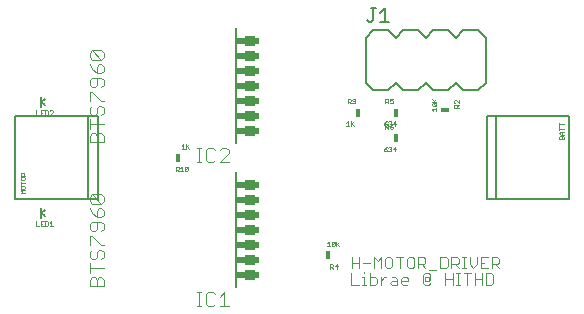
<source format=gto>
G75*
G70*
%OFA0B0*%
%FSLAX24Y24*%
%IPPOS*%
%LPD*%
%AMOC8*
5,1,8,0,0,1.08239X$1,22.5*
%
%ADD10C,0.0030*%
%ADD11C,0.0080*%
%ADD12C,0.0040*%
%ADD13R,0.0375X0.0354*%
%ADD14R,0.0375X0.0354*%
%ADD15R,0.0768X0.0236*%
%ADD16C,0.0010*%
%ADD17R,0.0300X0.0180*%
%ADD18R,0.0180X0.0300*%
%ADD19C,0.0060*%
%ADD20C,0.0050*%
D10*
X011367Y001021D02*
X011614Y001021D01*
X011735Y001021D02*
X011858Y001021D01*
X011797Y001021D02*
X011797Y001268D01*
X011735Y001268D01*
X011797Y001391D02*
X011797Y001453D01*
X011981Y001391D02*
X011981Y001021D01*
X012166Y001021D01*
X012227Y001083D01*
X012227Y001206D01*
X012166Y001268D01*
X011981Y001268D01*
X012119Y001571D02*
X012119Y001941D01*
X012243Y001818D01*
X012366Y001941D01*
X012366Y001571D01*
X012487Y001633D02*
X012549Y001571D01*
X012673Y001571D01*
X012734Y001633D01*
X012734Y001879D01*
X012673Y001941D01*
X012549Y001941D01*
X012487Y001879D01*
X012487Y001633D01*
X012472Y001268D02*
X012534Y001268D01*
X012472Y001268D02*
X012349Y001144D01*
X012349Y001021D02*
X012349Y001268D01*
X012656Y001083D02*
X012717Y001144D01*
X012903Y001144D01*
X012903Y001206D02*
X012903Y001021D01*
X012717Y001021D01*
X012656Y001083D01*
X012841Y001268D02*
X012903Y001206D01*
X012841Y001268D02*
X012717Y001268D01*
X013024Y001206D02*
X013024Y001083D01*
X013086Y001021D01*
X013209Y001021D01*
X013271Y001144D02*
X013024Y001144D01*
X013024Y001206D02*
X013086Y001268D01*
X013209Y001268D01*
X013271Y001206D01*
X013271Y001144D01*
X013761Y001083D02*
X013822Y001021D01*
X013946Y001021D01*
X014008Y001083D01*
X013946Y001144D02*
X013946Y001268D01*
X013822Y001268D01*
X013822Y001144D01*
X013946Y001144D01*
X014008Y001206D01*
X014008Y001329D01*
X013946Y001391D01*
X013822Y001391D01*
X013761Y001329D01*
X013761Y001083D01*
X013961Y001509D02*
X014208Y001509D01*
X014329Y001571D02*
X014514Y001571D01*
X014576Y001633D01*
X014576Y001879D01*
X014514Y001941D01*
X014329Y001941D01*
X014329Y001571D01*
X014497Y001391D02*
X014497Y001021D01*
X014744Y001021D02*
X014744Y001391D01*
X014866Y001391D02*
X014989Y001391D01*
X014927Y001391D02*
X014927Y001021D01*
X014866Y001021D02*
X014989Y001021D01*
X015235Y001021D02*
X015235Y001391D01*
X015358Y001391D02*
X015111Y001391D01*
X015127Y001571D02*
X015127Y001941D01*
X015066Y001941D02*
X015189Y001941D01*
X015311Y001941D02*
X015311Y001694D01*
X015435Y001571D01*
X015558Y001694D01*
X015558Y001941D01*
X015679Y001941D02*
X015679Y001571D01*
X015926Y001571D01*
X016048Y001571D02*
X016048Y001941D01*
X016233Y001941D01*
X016295Y001879D01*
X016295Y001756D01*
X016233Y001694D01*
X016048Y001694D01*
X016171Y001694D02*
X016295Y001571D01*
X016095Y001329D02*
X016033Y001391D01*
X015848Y001391D01*
X015848Y001021D01*
X016033Y001021D01*
X016095Y001083D01*
X016095Y001329D01*
X015726Y001391D02*
X015726Y001021D01*
X015479Y001021D02*
X015479Y001391D01*
X015479Y001206D02*
X015726Y001206D01*
X015189Y001571D02*
X015066Y001571D01*
X014944Y001571D02*
X014821Y001694D01*
X014882Y001694D02*
X014697Y001694D01*
X014882Y001694D02*
X014944Y001756D01*
X014944Y001879D01*
X014882Y001941D01*
X014697Y001941D01*
X014697Y001571D01*
X014744Y001206D02*
X014497Y001206D01*
X013839Y001571D02*
X013716Y001694D01*
X013778Y001694D02*
X013592Y001694D01*
X013471Y001633D02*
X013471Y001879D01*
X013409Y001941D01*
X013286Y001941D01*
X013224Y001879D01*
X013224Y001633D01*
X013286Y001571D01*
X013409Y001571D01*
X013471Y001633D01*
X013592Y001571D02*
X013592Y001941D01*
X013778Y001941D01*
X013839Y001879D01*
X013839Y001756D01*
X013778Y001694D01*
X013103Y001941D02*
X012856Y001941D01*
X012979Y001941D02*
X012979Y001571D01*
X011998Y001756D02*
X011751Y001756D01*
X011629Y001756D02*
X011383Y001756D01*
X011383Y001571D02*
X011383Y001941D01*
X011629Y001941D02*
X011629Y001571D01*
X011367Y001391D02*
X011367Y001021D01*
X015679Y001756D02*
X015803Y001756D01*
X015926Y001941D02*
X015679Y001941D01*
D11*
X015884Y003889D02*
X015884Y006645D01*
X016199Y006645D01*
X016199Y003889D01*
X015884Y003889D01*
X016199Y003889D02*
X018640Y003889D01*
X018640Y006645D01*
X016199Y006645D01*
X007517Y005727D02*
X007517Y009585D01*
X002919Y006623D02*
X002604Y006623D01*
X002604Y003867D01*
X000163Y003867D01*
X000163Y006623D01*
X002604Y006623D01*
X002919Y006623D02*
X002919Y003867D01*
X002604Y003867D01*
X001156Y003498D02*
X001034Y003406D01*
X001034Y003225D01*
X001156Y003320D02*
X001040Y003396D01*
X001034Y003406D02*
X001034Y003587D01*
X001034Y006925D02*
X001034Y007106D01*
X001156Y007198D01*
X001034Y007287D02*
X001034Y007106D01*
X001040Y007096D02*
X001156Y007020D01*
X007517Y004785D02*
X007517Y000927D01*
D12*
X002656Y000957D02*
X002656Y001187D01*
X002733Y001264D01*
X002810Y001264D01*
X002886Y001187D01*
X002886Y000957D01*
X002656Y000957D02*
X003117Y000957D01*
X003117Y001187D01*
X003040Y001264D01*
X002963Y001264D01*
X002886Y001187D01*
X002656Y001417D02*
X002656Y001724D01*
X002733Y001877D02*
X002810Y001877D01*
X002886Y001954D01*
X002886Y002107D01*
X002963Y002184D01*
X003040Y002184D01*
X003117Y002107D01*
X003117Y001954D01*
X003040Y001877D01*
X002733Y001877D02*
X002656Y001954D01*
X002656Y002107D01*
X002733Y002184D01*
X002656Y002338D02*
X002656Y002645D01*
X002733Y002645D01*
X003040Y002338D01*
X003117Y002338D01*
X003040Y002798D02*
X003117Y002875D01*
X003117Y003028D01*
X003040Y003105D01*
X002733Y003105D01*
X002656Y003028D01*
X002656Y002875D01*
X002733Y002798D01*
X002810Y002798D01*
X002886Y002875D01*
X002886Y003105D01*
X002886Y003258D02*
X002886Y003489D01*
X002963Y003565D01*
X003040Y003565D01*
X003117Y003489D01*
X003117Y003335D01*
X003040Y003258D01*
X002886Y003258D01*
X002733Y003412D01*
X002656Y003565D01*
X002733Y003719D02*
X002656Y003795D01*
X002656Y003949D01*
X002733Y004026D01*
X003040Y003719D01*
X003117Y003795D01*
X003117Y003949D01*
X003040Y004026D01*
X002733Y004026D01*
X002733Y003719D02*
X003040Y003719D01*
X006210Y005109D02*
X006364Y005109D01*
X006287Y005109D02*
X006287Y005569D01*
X006210Y005569D02*
X006364Y005569D01*
X006517Y005493D02*
X006517Y005186D01*
X006594Y005109D01*
X006747Y005109D01*
X006824Y005186D01*
X006978Y005109D02*
X007285Y005416D01*
X007285Y005493D01*
X007208Y005569D01*
X007054Y005569D01*
X006978Y005493D01*
X006824Y005493D02*
X006747Y005569D01*
X006594Y005569D01*
X006517Y005493D01*
X006978Y005109D02*
X007285Y005109D01*
X003117Y005757D02*
X003117Y005987D01*
X003040Y006064D01*
X002963Y006064D01*
X002886Y005987D01*
X002886Y005757D01*
X002656Y005757D02*
X002656Y005987D01*
X002733Y006064D01*
X002810Y006064D01*
X002886Y005987D01*
X003117Y005757D02*
X002656Y005757D01*
X002656Y006217D02*
X002656Y006524D01*
X002656Y006370D02*
X003117Y006370D01*
X003040Y006677D02*
X003117Y006754D01*
X003117Y006907D01*
X003040Y006984D01*
X002963Y006984D01*
X002886Y006907D01*
X002886Y006754D01*
X002810Y006677D01*
X002733Y006677D01*
X002656Y006754D01*
X002656Y006907D01*
X002733Y006984D01*
X002656Y007138D02*
X002656Y007445D01*
X002733Y007445D01*
X003040Y007138D01*
X003117Y007138D01*
X003040Y007598D02*
X003117Y007675D01*
X003117Y007828D01*
X003040Y007905D01*
X002733Y007905D01*
X002656Y007828D01*
X002656Y007675D01*
X002733Y007598D01*
X002810Y007598D01*
X002886Y007675D01*
X002886Y007905D01*
X002886Y008058D02*
X002886Y008289D01*
X002963Y008365D01*
X003040Y008365D01*
X003117Y008289D01*
X003117Y008135D01*
X003040Y008058D01*
X002886Y008058D01*
X002733Y008212D01*
X002656Y008365D01*
X002733Y008519D02*
X002656Y008595D01*
X002656Y008749D01*
X002733Y008826D01*
X003040Y008519D01*
X003117Y008595D01*
X003117Y008749D01*
X003040Y008826D01*
X002733Y008826D01*
X002733Y008519D02*
X003040Y008519D01*
X003117Y001570D02*
X002656Y001570D01*
X006210Y000769D02*
X006364Y000769D01*
X006287Y000769D02*
X006287Y000309D01*
X006210Y000309D02*
X006364Y000309D01*
X006517Y000386D02*
X006594Y000309D01*
X006747Y000309D01*
X006824Y000386D01*
X006978Y000309D02*
X007285Y000309D01*
X007131Y000309D02*
X007131Y000769D01*
X006978Y000616D01*
X006824Y000693D02*
X006747Y000769D01*
X006594Y000769D01*
X006517Y000693D01*
X006517Y000386D01*
D13*
X007979Y002856D03*
X007979Y007656D03*
D14*
X007979Y008156D03*
X007979Y008656D03*
X007979Y009156D03*
X007979Y007156D03*
X007979Y006656D03*
X007979Y006156D03*
X007979Y004356D03*
X007979Y003856D03*
X007979Y003356D03*
X007979Y002356D03*
X007979Y001856D03*
X007979Y001356D03*
D15*
X007920Y001356D03*
X007920Y001856D03*
X007920Y002356D03*
X007920Y002856D03*
X007920Y003356D03*
X007920Y003856D03*
X007920Y004356D03*
X007920Y006156D03*
X007920Y006656D03*
X007920Y007156D03*
X007920Y007656D03*
X007920Y008156D03*
X007920Y008656D03*
X007920Y009156D03*
D16*
X011256Y007211D02*
X011331Y007211D01*
X011356Y007186D01*
X011356Y007136D01*
X011331Y007111D01*
X011256Y007111D01*
X011256Y007061D02*
X011256Y007211D01*
X011306Y007111D02*
X011356Y007061D01*
X011404Y007086D02*
X011429Y007061D01*
X011479Y007061D01*
X011504Y007086D01*
X011504Y007186D01*
X011479Y007211D01*
X011429Y007211D01*
X011404Y007186D01*
X011404Y007161D01*
X011429Y007136D01*
X011504Y007136D01*
X012506Y007111D02*
X012581Y007111D01*
X012606Y007136D01*
X012606Y007186D01*
X012581Y007211D01*
X012506Y007211D01*
X012506Y007061D01*
X012556Y007111D02*
X012606Y007061D01*
X012654Y007086D02*
X012679Y007061D01*
X012729Y007061D01*
X012754Y007086D01*
X012754Y007136D01*
X012729Y007161D01*
X012704Y007161D01*
X012654Y007136D01*
X012654Y007211D01*
X012754Y007211D01*
X012826Y006461D02*
X012751Y006386D01*
X012851Y006386D01*
X012826Y006311D02*
X012826Y006461D01*
X012754Y006361D02*
X012704Y006336D01*
X012679Y006311D01*
X012629Y006311D01*
X012604Y006336D01*
X012606Y006336D02*
X012606Y006286D01*
X012581Y006261D01*
X012506Y006261D01*
X012506Y006211D02*
X012506Y006361D01*
X012581Y006361D01*
X012606Y006336D01*
X012556Y006336D02*
X012531Y006311D01*
X012481Y006311D01*
X012456Y006336D01*
X012456Y006386D01*
X012531Y006386D01*
X012556Y006361D01*
X012556Y006336D01*
X012556Y006261D02*
X012606Y006211D01*
X012654Y006236D02*
X012679Y006211D01*
X012729Y006211D01*
X012754Y006236D01*
X012754Y006261D01*
X012729Y006286D01*
X012654Y006286D01*
X012654Y006236D01*
X012654Y006286D02*
X012704Y006336D01*
X012704Y006361D01*
X012679Y006386D01*
X012654Y006386D01*
X012679Y006386D02*
X012704Y006411D01*
X012704Y006436D01*
X012679Y006461D01*
X012629Y006461D01*
X012604Y006436D01*
X012556Y006461D02*
X012506Y006436D01*
X012456Y006386D01*
X011454Y006311D02*
X011379Y006386D01*
X011354Y006361D02*
X011454Y006461D01*
X011354Y006461D02*
X011354Y006311D01*
X011306Y006311D02*
X011206Y006311D01*
X011256Y006311D02*
X011256Y006461D01*
X011206Y006411D01*
X012456Y005536D02*
X012506Y005586D01*
X012556Y005611D01*
X012604Y005586D02*
X012629Y005611D01*
X012679Y005611D01*
X012704Y005586D01*
X012704Y005561D01*
X012679Y005536D01*
X012704Y005511D01*
X012704Y005486D01*
X012679Y005461D01*
X012629Y005461D01*
X012604Y005486D01*
X012556Y005486D02*
X012531Y005461D01*
X012481Y005461D01*
X012456Y005486D01*
X012456Y005536D01*
X012531Y005536D01*
X012556Y005511D01*
X012556Y005486D01*
X012654Y005536D02*
X012679Y005536D01*
X012751Y005536D02*
X012851Y005536D01*
X012826Y005461D02*
X012826Y005611D01*
X012751Y005536D01*
X014056Y006869D02*
X014106Y006819D01*
X014056Y006869D02*
X014206Y006869D01*
X014206Y006819D02*
X014206Y006919D01*
X014181Y006966D02*
X014081Y006966D01*
X014056Y006991D01*
X014056Y007041D01*
X014081Y007066D01*
X014181Y006966D01*
X014206Y006991D01*
X014206Y007041D01*
X014181Y007066D01*
X014081Y007066D01*
X014056Y007114D02*
X014206Y007114D01*
X014156Y007114D02*
X014056Y007214D01*
X014131Y007139D02*
X014206Y007214D01*
X014806Y007139D02*
X014806Y007089D01*
X014831Y007064D01*
X014831Y007016D02*
X014881Y007016D01*
X014906Y006991D01*
X014906Y006916D01*
X014956Y006916D02*
X014806Y006916D01*
X014806Y006991D01*
X014831Y007016D01*
X014906Y006966D02*
X014956Y007016D01*
X014956Y007064D02*
X014856Y007164D01*
X014831Y007164D01*
X014806Y007139D01*
X014956Y007164D02*
X014956Y007064D01*
X018306Y006414D02*
X018306Y006314D01*
X018306Y006266D02*
X018306Y006166D01*
X018306Y006216D02*
X018456Y006216D01*
X018456Y006119D02*
X018356Y006119D01*
X018306Y006069D01*
X018356Y006019D01*
X018456Y006019D01*
X018431Y005972D02*
X018406Y005972D01*
X018381Y005947D01*
X018381Y005872D01*
X018381Y005947D02*
X018356Y005972D01*
X018331Y005972D01*
X018306Y005947D01*
X018306Y005872D01*
X018456Y005872D01*
X018456Y005947D01*
X018431Y005972D01*
X018381Y006019D02*
X018381Y006119D01*
X018456Y006364D02*
X018306Y006364D01*
X010959Y002451D02*
X010859Y002351D01*
X010884Y002376D02*
X010959Y002301D01*
X010859Y002301D02*
X010859Y002451D01*
X010812Y002426D02*
X010712Y002326D01*
X010737Y002301D01*
X010787Y002301D01*
X010812Y002326D01*
X010812Y002426D01*
X010787Y002451D01*
X010737Y002451D01*
X010712Y002426D01*
X010712Y002326D01*
X010664Y002301D02*
X010564Y002301D01*
X010614Y002301D02*
X010614Y002451D01*
X010564Y002401D01*
X010662Y001701D02*
X010737Y001701D01*
X010762Y001676D01*
X010762Y001626D01*
X010737Y001601D01*
X010662Y001601D01*
X010712Y001601D02*
X010762Y001551D01*
X010809Y001626D02*
X010909Y001626D01*
X010884Y001551D02*
X010884Y001701D01*
X010809Y001626D01*
X010662Y001551D02*
X010662Y001701D01*
X005909Y004826D02*
X005884Y004801D01*
X005834Y004801D01*
X005809Y004826D01*
X005909Y004926D01*
X005909Y004826D01*
X005909Y004926D02*
X005884Y004951D01*
X005834Y004951D01*
X005809Y004926D01*
X005809Y004826D01*
X005762Y004801D02*
X005662Y004801D01*
X005614Y004801D02*
X005564Y004851D01*
X005589Y004851D02*
X005514Y004851D01*
X005514Y004801D02*
X005514Y004951D01*
X005589Y004951D01*
X005614Y004926D01*
X005614Y004876D01*
X005589Y004851D01*
X005662Y004901D02*
X005712Y004951D01*
X005712Y004801D01*
X005712Y005551D02*
X005812Y005551D01*
X005859Y005551D02*
X005859Y005701D01*
X005884Y005626D02*
X005959Y005551D01*
X005859Y005601D02*
X005959Y005701D01*
X005762Y005701D02*
X005712Y005651D01*
X005762Y005701D02*
X005762Y005551D01*
X001409Y006676D02*
X001309Y006676D01*
X001409Y006776D01*
X001409Y006801D01*
X001384Y006826D01*
X001334Y006826D01*
X001309Y006801D01*
X001262Y006801D02*
X001237Y006826D01*
X001162Y006826D01*
X001162Y006676D01*
X001237Y006676D01*
X001262Y006701D01*
X001262Y006801D01*
X001114Y006826D02*
X001014Y006826D01*
X001014Y006676D01*
X001114Y006676D01*
X001064Y006751D02*
X001014Y006751D01*
X000967Y006676D02*
X000867Y006676D01*
X000867Y006826D01*
X000496Y004750D02*
X000446Y004700D01*
X000446Y004725D02*
X000446Y004650D01*
X000496Y004650D02*
X000346Y004650D01*
X000346Y004725D01*
X000371Y004750D01*
X000421Y004750D01*
X000446Y004725D01*
X000471Y004603D02*
X000371Y004603D01*
X000346Y004578D01*
X000346Y004528D01*
X000371Y004503D01*
X000471Y004503D01*
X000496Y004528D01*
X000496Y004578D01*
X000471Y004603D01*
X000346Y004456D02*
X000346Y004356D01*
X000346Y004406D02*
X000496Y004406D01*
X000471Y004308D02*
X000371Y004308D01*
X000346Y004283D01*
X000346Y004233D01*
X000371Y004208D01*
X000471Y004208D01*
X000496Y004233D01*
X000496Y004283D01*
X000471Y004308D01*
X000496Y004161D02*
X000346Y004161D01*
X000396Y004111D01*
X000346Y004061D01*
X000496Y004061D01*
X000867Y003126D02*
X000867Y002976D01*
X000967Y002976D01*
X001014Y002976D02*
X001114Y002976D01*
X001162Y002976D02*
X001162Y003126D01*
X001237Y003126D01*
X001262Y003101D01*
X001262Y003001D01*
X001237Y002976D01*
X001162Y002976D01*
X001064Y003051D02*
X001014Y003051D01*
X001014Y003126D02*
X001014Y002976D01*
X001014Y003126D02*
X001114Y003126D01*
X001309Y003076D02*
X001359Y003126D01*
X001359Y002976D01*
X001309Y002976D02*
X001409Y002976D01*
D17*
X014501Y006856D03*
D18*
X012851Y006756D03*
X011601Y006756D03*
X012851Y005906D03*
X010601Y002006D03*
X005601Y005256D03*
D19*
X011851Y007756D02*
X011851Y009256D01*
X012101Y009506D01*
X012601Y009506D01*
X012851Y009256D01*
X013101Y009506D01*
X013601Y009506D01*
X013851Y009256D01*
X014101Y009506D01*
X014601Y009506D01*
X014851Y009256D01*
X015101Y009506D01*
X015601Y009506D01*
X015851Y009256D01*
X015851Y007756D01*
X015601Y007506D01*
X015101Y007506D01*
X014851Y007756D01*
X014601Y007506D01*
X014101Y007506D01*
X013851Y007756D01*
X013601Y007506D01*
X013101Y007506D01*
X012851Y007756D01*
X012601Y007506D01*
X012101Y007506D01*
X011851Y007756D01*
D20*
X011951Y009781D02*
X012026Y009781D01*
X012101Y009856D01*
X012101Y010231D01*
X012026Y010231D02*
X012176Y010231D01*
X012337Y010081D02*
X012487Y010231D01*
X012487Y009781D01*
X012337Y009781D02*
X012637Y009781D01*
X011951Y009781D02*
X011876Y009856D01*
M02*

</source>
